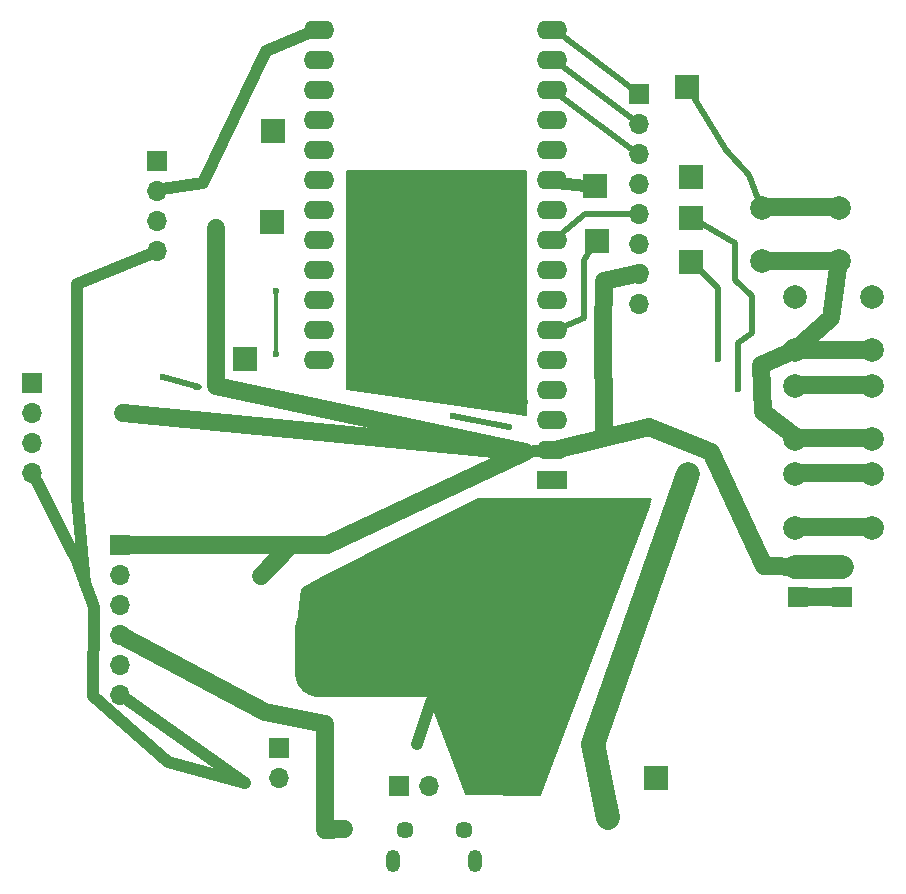
<source format=gbr>
%TF.GenerationSoftware,KiCad,Pcbnew,8.0.5*%
%TF.CreationDate,2024-10-27T20:41:26+01:00*%
%TF.ProjectId,Fragrance,46726167-7261-46e6-9365-2e6b69636164,rev?*%
%TF.SameCoordinates,Original*%
%TF.FileFunction,Copper,L2,Bot*%
%TF.FilePolarity,Positive*%
%FSLAX46Y46*%
G04 Gerber Fmt 4.6, Leading zero omitted, Abs format (unit mm)*
G04 Created by KiCad (PCBNEW 8.0.5) date 2024-10-27 20:41:26*
%MOMM*%
%LPD*%
G01*
G04 APERTURE LIST*
G04 Aperture macros list*
%AMRoundRect*
0 Rectangle with rounded corners*
0 $1 Rounding radius*
0 $2 $3 $4 $5 $6 $7 $8 $9 X,Y pos of 4 corners*
0 Add a 4 corners polygon primitive as box body*
4,1,4,$2,$3,$4,$5,$6,$7,$8,$9,$2,$3,0*
0 Add four circle primitives for the rounded corners*
1,1,$1+$1,$2,$3*
1,1,$1+$1,$4,$5*
1,1,$1+$1,$6,$7*
1,1,$1+$1,$8,$9*
0 Add four rect primitives between the rounded corners*
20,1,$1+$1,$2,$3,$4,$5,0*
20,1,$1+$1,$4,$5,$6,$7,0*
20,1,$1+$1,$6,$7,$8,$9,0*
20,1,$1+$1,$8,$9,$2,$3,0*%
G04 Aperture macros list end*
%TA.AperFunction,Conductor*%
%ADD10C,0.500000*%
%TD*%
%TA.AperFunction,Conductor*%
%ADD11C,1.000000*%
%TD*%
%TA.AperFunction,Conductor*%
%ADD12C,0.350000*%
%TD*%
%TA.AperFunction,Conductor*%
%ADD13C,1.500000*%
%TD*%
%TA.AperFunction,Conductor*%
%ADD14C,2.000000*%
%TD*%
%TA.AperFunction,Conductor*%
%ADD15C,4.000000*%
%TD*%
%TA.AperFunction,Conductor*%
%ADD16C,0.200000*%
%TD*%
%TA.AperFunction,ComponentPad*%
%ADD17R,2.000000X2.000000*%
%TD*%
%TA.AperFunction,ComponentPad*%
%ADD18R,1.700000X1.700000*%
%TD*%
%TA.AperFunction,ComponentPad*%
%ADD19O,1.700000X1.700000*%
%TD*%
%TA.AperFunction,ComponentPad*%
%ADD20C,2.000000*%
%TD*%
%TA.AperFunction,ComponentPad*%
%ADD21O,1.200000X1.900000*%
%TD*%
%TA.AperFunction,ComponentPad*%
%ADD22C,1.450000*%
%TD*%
%TA.AperFunction,ComponentPad*%
%ADD23RoundRect,0.250000X1.050000X0.550000X-1.050000X0.550000X-1.050000X-0.550000X1.050000X-0.550000X0*%
%TD*%
%TA.AperFunction,ComponentPad*%
%ADD24O,2.600000X1.600000*%
%TD*%
%TA.AperFunction,ViaPad*%
%ADD25C,0.600000*%
%TD*%
%TA.AperFunction,ViaPad*%
%ADD26C,1.000000*%
%TD*%
G04 APERTURE END LIST*
D10*
%TO.N,BOOST_DAC_1*%
X89400000Y-127600000D02*
X90400000Y-126200000D01*
X89400000Y-132550000D02*
X89400000Y-127600000D01*
X87100000Y-133550000D02*
X89399992Y-132549983D01*
%TO.N,OLED_CS*%
X89500000Y-123700000D02*
X94050000Y-123700000D01*
X87000000Y-125850000D02*
X89499982Y-123699980D01*
D11*
%TO.N,Net-(J15-Pin_1)*%
X87150000Y-121100000D02*
X90400000Y-121450000D01*
D10*
%TO.N,Net-(J12-Pin_1)*%
X103450000Y-120400000D02*
X104394000Y-123190000D01*
X101500000Y-118300000D02*
X103450000Y-120400000D01*
X98250000Y-113050000D02*
X101499956Y-118300028D01*
%TO.N,Net-(J8-Pin_1)*%
X100800000Y-130000000D02*
X100800000Y-136000000D01*
X98600000Y-127800000D02*
X100800000Y-130000000D01*
%TO.N,Net-(J9-Pin_1)*%
X103700000Y-130700000D02*
X102200000Y-129300000D01*
X103700000Y-133800000D02*
X103700000Y-130700000D01*
X102500000Y-134700000D02*
X103700000Y-133800000D01*
X102200000Y-126200000D02*
X98599998Y-124100025D01*
D12*
%TO.N,OE*%
X63347600Y-135585200D02*
X63347600Y-130302000D01*
D13*
%TO.N,GND*%
X110363000Y-132588000D02*
X110998000Y-127762000D01*
D14*
X90220800Y-168656000D02*
X98272600Y-145796000D01*
D13*
%TO.N,+3V3*%
X62128400Y-154355800D02*
X64566800Y-151866600D01*
D11*
%TO.N,GND*%
X46532800Y-129641600D02*
X53340000Y-126873000D01*
D15*
X66916300Y-158775400D02*
X77762100Y-158775400D01*
X77762100Y-162585400D01*
X66916300Y-162585400D01*
X66916300Y-158775400D01*
D13*
%TO.N,+3V3*%
X87000000Y-143750000D02*
X94982800Y-141748000D01*
X91089000Y-133652250D02*
X91111000Y-129447750D01*
D10*
%TO.N,OLED_DATA*%
X93980000Y-113538000D02*
X87020400Y-108204000D01*
D13*
%TO.N,Net-(J12-Pin_1)*%
X111048800Y-123190000D02*
X104394000Y-123190000D01*
%TO.N,+5V*%
X50190400Y-159359600D02*
X62445900Y-165874700D01*
D11*
%TO.N,GND*%
X76454000Y-165100000D02*
X77978000Y-163322000D01*
X47218600Y-155092400D02*
X46532800Y-147701000D01*
%TO.N,SDA*%
X57175400Y-121081800D02*
X53136800Y-121742200D01*
D10*
%TO.N,Net-(J9-Pin_1)*%
X102200000Y-126200000D02*
X102200000Y-129300000D01*
D11*
%TO.N,GND*%
X47929800Y-157022800D02*
X47904400Y-164566600D01*
D13*
X111353600Y-156159200D02*
X107645200Y-156159200D01*
%TO.N,+3V3*%
X58293000Y-138303000D02*
X84455000Y-143891000D01*
D14*
%TO.N,GND*%
X91440000Y-174853600D02*
X90220800Y-168656000D01*
D11*
X77978000Y-163322000D02*
X75082400Y-160985200D01*
%TO.N,SDA*%
X66776600Y-108153200D02*
X62484000Y-109931200D01*
D13*
%TO.N,+3V3*%
X100203000Y-143891000D02*
X104648000Y-153543000D01*
D10*
%TO.N,Net-(J9-Pin_1)*%
X102500000Y-134700000D02*
X102500000Y-138600000D01*
D11*
%TO.N,GND*%
X42672000Y-145618200D02*
X46507400Y-153162000D01*
D13*
X113919000Y-135255000D02*
X107315000Y-135255000D01*
%TO.N,+3V3*%
X58293000Y-124968000D02*
X58293000Y-138303000D01*
X91111000Y-129447750D02*
X94150000Y-128750000D01*
X91111000Y-142291450D02*
X91089000Y-133008550D01*
X50419000Y-140589000D02*
X84455000Y-143891000D01*
D11*
%TO.N,GND*%
X46507400Y-153162000D02*
X47929800Y-157022800D01*
X75311000Y-168579800D02*
X76454000Y-165100000D01*
D13*
X113792000Y-142748000D02*
X107442000Y-142748000D01*
D11*
X54254400Y-170180000D02*
X47904400Y-164566600D01*
D13*
%TO.N,+3V3*%
X104648000Y-153543000D02*
X107949999Y-153670023D01*
D11*
%TO.N,SDA*%
X62484000Y-109931200D02*
X57175400Y-121081800D01*
D16*
%TO.N,GND*%
X94792800Y-148640800D02*
X94996000Y-148285200D01*
X85699600Y-172974000D01*
X79451200Y-172872400D01*
X76454000Y-165100000D01*
X76708000Y-156870400D01*
X65201800Y-158318200D01*
X65557400Y-155473400D01*
X67538600Y-154406600D01*
X80467200Y-147878800D01*
X95148400Y-147878800D01*
X94792800Y-148640800D01*
%TA.AperFunction,Conductor*%
G36*
X94792800Y-148640800D02*
G01*
X94996000Y-148285200D01*
X85699600Y-172974000D01*
X79451200Y-172872400D01*
X76454000Y-165100000D01*
X76708000Y-156870400D01*
X65201800Y-158318200D01*
X65557400Y-155473400D01*
X67538600Y-154406600D01*
X80467200Y-147878800D01*
X95148400Y-147878800D01*
X94792800Y-148640800D01*
G37*
%TD.AperFunction*%
D13*
X104400000Y-136495000D02*
X107315000Y-135255000D01*
D16*
X84480400Y-139700000D02*
X83464400Y-139039600D01*
D10*
%TO.N,Net-(U1-A8{slash}IO15)*%
X53822600Y-137566400D02*
X56819794Y-138430022D01*
D11*
%TO.N,GND*%
X50342800Y-164592000D02*
X60706000Y-171958000D01*
D14*
%TO.N,+3V3*%
X111252000Y-153670000D02*
X107315000Y-153670000D01*
D13*
%TO.N,GND*%
X104600000Y-140505000D02*
X104400000Y-136500000D01*
X114109500Y-150266400D02*
X107632500Y-150266400D01*
%TO.N,+3V3*%
X100203000Y-143891000D02*
X94982800Y-141748000D01*
D11*
%TO.N,GND*%
X46532800Y-147701000D02*
X46532800Y-129641600D01*
D13*
%TO.N,+5V*%
X67513200Y-175895000D02*
X69113400Y-175818800D01*
D10*
%TO.N,OLED_DC*%
X87020400Y-113385600D02*
X94030757Y-118668858D01*
D16*
%TO.N,GND*%
X84556600Y-120091200D02*
X84531200Y-140766800D01*
X69367400Y-138531600D01*
X69392800Y-120065800D01*
X84556600Y-120091200D01*
%TA.AperFunction,Conductor*%
G36*
X84556600Y-120091200D02*
G01*
X84531200Y-140766800D01*
X69367400Y-138531600D01*
X69392800Y-120065800D01*
X84556600Y-120091200D01*
G37*
%TD.AperFunction*%
D13*
%TO.N,Net-(J8-Pin_1)*%
X113893600Y-138226800D02*
X107238800Y-138226800D01*
%TO.N,GND*%
X107442000Y-142748000D02*
X104600000Y-140500000D01*
D11*
X60706000Y-171958000D02*
X54254400Y-170180000D01*
D13*
X110998000Y-127762000D02*
X104521000Y-127762000D01*
X107315000Y-135255000D02*
X110363000Y-132588000D01*
%TO.N,+5V*%
X62445900Y-165874700D02*
X67513192Y-166903442D01*
D10*
%TO.N,OLED_CLK*%
X86868000Y-110744000D02*
X94030800Y-116078000D01*
%TO.N,Net-(U1-IO4{slash}A5)*%
X83108800Y-141757400D02*
X78308200Y-140843000D01*
D13*
%TO.N,+5V*%
X67513200Y-166903400D02*
X67513132Y-175894999D01*
%TO.N,+3V3*%
X50139600Y-151739600D02*
X67691000Y-151765000D01*
%TO.N,Net-(J9-Pin_1)*%
X113893600Y-145643600D02*
X107188000Y-145669000D01*
%TO.N,+3V3*%
X67691000Y-151765000D02*
X84455000Y-143891000D01*
D11*
X84455000Y-143891000D02*
X87000000Y-143750000D01*
%TD*%
D17*
%TO.P,J9,1,Pin_1*%
%TO.N,Net-(J9-Pin_1)*%
X98500000Y-124100000D03*
%TD*%
%TO.P,J8,1,Pin_1*%
%TO.N,Net-(J8-Pin_1)*%
X98500000Y-127800000D03*
%TD*%
D18*
%TO.P,J5,1,Pin_1*%
%TO.N,Net-(J1-D-)*%
X73761600Y-172161200D03*
D19*
%TO.P,J5,2,Pin_2*%
%TO.N,Net-(J1-D+)*%
X76301600Y-172161200D03*
%TD*%
D17*
%TO.P,TP2,1,1*%
%TO.N,+5V*%
X60700000Y-136000000D03*
%TD*%
%TO.P,J15,1,Pin_1*%
%TO.N,Net-(J15-Pin_1)*%
X90373200Y-121412000D03*
%TD*%
D20*
%TO.P,SW2,1,1*%
%TO.N,Net-(J8-Pin_1)*%
X107316200Y-138262800D03*
%TO.P,SW2,2,2*%
X113816200Y-138262800D03*
%TO.P,SW2,3,K*%
%TO.N,GND*%
X107316200Y-142762800D03*
%TO.P,SW2,4,A*%
X113816200Y-142762800D03*
%TD*%
%TO.P,SW1,1,1*%
%TO.N,Net-(J9-Pin_1)*%
X107317400Y-145791800D03*
%TO.P,SW1,2,2*%
X113817400Y-145791800D03*
%TO.P,SW1,3,K*%
%TO.N,GND*%
X107317400Y-150291800D03*
%TO.P,SW1,4,A*%
X113817400Y-150291800D03*
%TD*%
D17*
%TO.P,J13,1,Pin_1*%
%TO.N,Net-(J13-Pin_1)*%
X98500000Y-120600000D03*
%TD*%
D18*
%TO.P,J3,1,Pin_1*%
%TO.N,OLED_DATA*%
X94081600Y-113588800D03*
D19*
%TO.P,J3,2,Pin_2*%
%TO.N,OLED_CLK*%
X94081600Y-116128800D03*
%TO.P,J3,3,Pin_3*%
%TO.N,OLED_DC*%
X94081600Y-118668800D03*
%TO.P,J3,4,Pin_4*%
%TO.N,OLED_RESET*%
X94081600Y-121208800D03*
%TO.P,J3,5,Pin_5*%
%TO.N,OLED_CS*%
X94081600Y-123748800D03*
%TO.P,J3,6,Pin_6*%
%TO.N,unconnected-(J3-Pin_6-Pad6)*%
X94081600Y-126288800D03*
%TO.P,J3,7,Pin_7*%
%TO.N,+3V3*%
X94081600Y-128828800D03*
%TO.P,J3,8,Pin_8*%
%TO.N,GND*%
X94081600Y-131368800D03*
%TD*%
D21*
%TO.P,J1,6,Shield*%
%TO.N,Net-(J1-Shield)*%
X73250000Y-178562000D03*
D22*
X74250000Y-175862000D03*
X79250000Y-175862000D03*
D21*
X80250000Y-178562000D03*
%TD*%
D17*
%TO.P,J12,1,Pin_1*%
%TO.N,Net-(J12-Pin_1)*%
X98171000Y-113030000D03*
%TD*%
D18*
%TO.P,J6,1,Pin_1*%
%TO.N,Net-(J6-Pin_1)*%
X53253000Y-119263000D03*
D19*
%TO.P,J6,2,Pin_2*%
%TO.N,SDA*%
X53253000Y-121803000D03*
%TO.P,J6,3,Pin_3*%
%TO.N,SCL*%
X53253000Y-124343000D03*
%TO.P,J6,4,Pin_4*%
%TO.N,GND*%
X53253000Y-126883000D03*
%TD*%
D17*
%TO.P,J32,1,Pin_1*%
%TO.N,Net-(J32-Pin_1)*%
X63119000Y-116713000D03*
%TD*%
D18*
%TO.P,J4,1,Pin_1*%
%TO.N,Net-(D1-K)*%
X63626600Y-168930000D03*
D19*
%TO.P,J4,2,Pin_2*%
%TO.N,GND*%
X63626600Y-171470000D03*
%TD*%
D20*
%TO.P,SW3,1,1*%
%TO.N,Net-(J13-Pin_1)*%
X107317400Y-130729600D03*
%TO.P,SW3,2,2*%
X113817400Y-130729600D03*
%TO.P,SW3,3,K*%
%TO.N,GND*%
X107317400Y-135229600D03*
%TO.P,SW3,4,A*%
X113817400Y-135229600D03*
%TD*%
D18*
%TO.P,J7,1,Pin_1*%
%TO.N,Net-(J7-Pin_1)*%
X42672000Y-138049000D03*
D19*
%TO.P,J7,2,Pin_2*%
%TO.N,SDA*%
X42672000Y-140589000D03*
%TO.P,J7,3,Pin_3*%
%TO.N,SCL*%
X42672000Y-143129000D03*
%TO.P,J7,4,Pin_4*%
%TO.N,GND*%
X42672000Y-145669000D03*
%TD*%
D18*
%TO.P,J10,1,Pin_1*%
%TO.N,GND*%
X107594400Y-156164200D03*
D19*
%TO.P,J10,2,Pin_2*%
%TO.N,+3V3*%
X107594400Y-153624200D03*
%TD*%
D23*
%TO.P,U1,1,~{RESET}*%
%TO.N,unconnected-(U1-~{RESET}-Pad1)*%
X86752500Y-146300000D03*
D24*
%TO.P,U1,2,3V3*%
%TO.N,+3V3*%
X86752500Y-143760000D03*
%TO.P,U1,3,NC*%
%TO.N,unconnected-(U1-NC-Pad3)*%
X86752500Y-141220000D03*
%TO.P,U1,4,GND*%
%TO.N,GND*%
X86752500Y-138680000D03*
%TO.P,U1,5,DAC2/A0*%
%TO.N,BOOST_DAC_2*%
X86752500Y-136140000D03*
%TO.P,U1,6,DAC1/A1*%
%TO.N,BOOST_DAC_1*%
X86752500Y-133600000D03*
%TO.P,U1,7,I34/A2*%
%TO.N,SW1*%
X86752500Y-131060000D03*
%TO.P,U1,8,I39/A3*%
%TO.N,SW2*%
X86752500Y-128520000D03*
%TO.P,U1,9,IO36/A4*%
%TO.N,OLED_CS*%
X86752500Y-125980000D03*
%TO.P,U1,10,IO4/A5*%
%TO.N,Net-(U1-IO4{slash}A5)*%
X86752500Y-123440000D03*
%TO.P,U1,11,SCK/IO5*%
%TO.N,Net-(J15-Pin_1)*%
X86752500Y-120900000D03*
%TO.P,U1,12,MOSI/IO18*%
%TO.N,SW3*%
X86752500Y-118360000D03*
%TO.P,U1,13,MISO/IO19*%
%TO.N,SW4*%
X86752500Y-115820000D03*
%TO.P,U1,14,RX/IO16*%
%TO.N,OLED_DC*%
X86752500Y-113280000D03*
%TO.P,U1,15,TX/IO17*%
%TO.N,OLED_CLK*%
X86752500Y-110740000D03*
%TO.P,U1,16,IO21*%
%TO.N,OLED_DATA*%
X86752500Y-108200000D03*
%TO.P,U1,17,SDA/IO23*%
%TO.N,SDA*%
X67032500Y-108200000D03*
%TO.P,U1,18,SCL/IO22*%
%TO.N,SCL*%
X67032500Y-110740000D03*
%TO.P,U1,19,A6/IO14*%
%TO.N,Net-(U1-A6{slash}IO14)*%
X67032500Y-113280000D03*
%TO.P,U1,20,A7/IO32*%
%TO.N,Net-(J32-Pin_1)*%
X67032500Y-115820000D03*
%TO.P,U1,21,A8/IO15*%
%TO.N,Net-(U1-A8{slash}IO15)*%
X67032500Y-118360000D03*
%TO.P,U1,22,A9/IO33*%
%TO.N,Net-(J33-Pin_1)*%
X67032500Y-120900000D03*
%TO.P,U1,23,A10/IO27*%
%TO.N,OLED_RESET*%
X67032500Y-123440000D03*
%TO.P,U1,24,A11/IO12*%
%TO.N,OE*%
X67032500Y-125980000D03*
%TO.P,U1,25,A12/IO13*%
%TO.N,Net-(U1-A12{slash}IO13)*%
X67032500Y-128520000D03*
%TO.P,U1,26,USB*%
%TO.N,+5V*%
X67032500Y-131060000D03*
%TO.P,U1,27,EN*%
%TO.N,unconnected-(U1-EN-Pad27)*%
X67032500Y-133600000D03*
%TO.P,U1,28,VBAT*%
%TO.N,BAT_V*%
X67032500Y-136140000D03*
%TD*%
D18*
%TO.P,J2,1,Pin_1*%
%TO.N,+3V3*%
X50139600Y-151739600D03*
D19*
%TO.P,J2,2,Pin_2*%
%TO.N,SDA*%
X50139600Y-154279600D03*
%TO.P,J2,3,Pin_3*%
%TO.N,SCL*%
X50139600Y-156819600D03*
%TO.P,J2,4,Pin_4*%
%TO.N,+5V*%
X50139600Y-159359600D03*
%TO.P,J2,5,Pin_5*%
%TO.N,Net-(J2-Pin_5)*%
X50139600Y-161899600D03*
%TO.P,J2,6,Pin_6*%
%TO.N,GND*%
X50139600Y-164439600D03*
%TD*%
D18*
%TO.P,J11,1,Pin_1*%
%TO.N,GND*%
X111252000Y-156159200D03*
D19*
%TO.P,J11,2,Pin_2*%
%TO.N,+3V3*%
X111252000Y-153619200D03*
%TD*%
D17*
%TO.P,TP1,1,1*%
%TO.N,GND*%
X95500000Y-171500000D03*
%TD*%
%TO.P,J14,1,Pin_1*%
%TO.N,BOOST_DAC_1*%
X90500000Y-126034800D03*
%TD*%
%TO.P,J33,1,Pin_1*%
%TO.N,Net-(J33-Pin_1)*%
X62992000Y-124460000D03*
%TD*%
D20*
%TO.P,SW4,1,1*%
%TO.N,Net-(J12-Pin_1)*%
X104496800Y-123226000D03*
%TO.P,SW4,2,2*%
X110996800Y-123226000D03*
%TO.P,SW4,3,K*%
%TO.N,GND*%
X104496800Y-127726000D03*
%TO.P,SW4,4,A*%
X110996800Y-127726000D03*
%TD*%
D25*
%TO.N,Net-(J8-Pin_1)*%
X100800000Y-136000000D03*
%TO.N,GND*%
X78578247Y-163682148D03*
X77978000Y-163322000D03*
X98044000Y-145542000D03*
D26*
X91440000Y-174752000D03*
D25*
X75311000Y-168656000D03*
X84429600Y-139649200D03*
X60706000Y-171958000D03*
%TO.N,+3V3*%
X63627000Y-153162000D03*
X62128400Y-154355800D03*
X89560400Y-143662400D03*
X64566800Y-151866600D03*
X58293000Y-124968000D03*
X50292000Y-140589000D03*
%TO.N,+5V*%
X69189600Y-175793400D03*
X67437000Y-175818800D03*
%TO.N,OE*%
X63347600Y-135585200D03*
X63347600Y-130302000D03*
%TO.N,Net-(U1-IO4{slash}A5)*%
X83108800Y-141757400D03*
X78308200Y-140843000D03*
%TO.N,Net-(U1-A8{slash}IO15)*%
X56692800Y-138379200D03*
X53771800Y-137566400D03*
%TO.N,Net-(J9-Pin_1)*%
X102500000Y-138600000D03*
%TD*%
M02*

</source>
